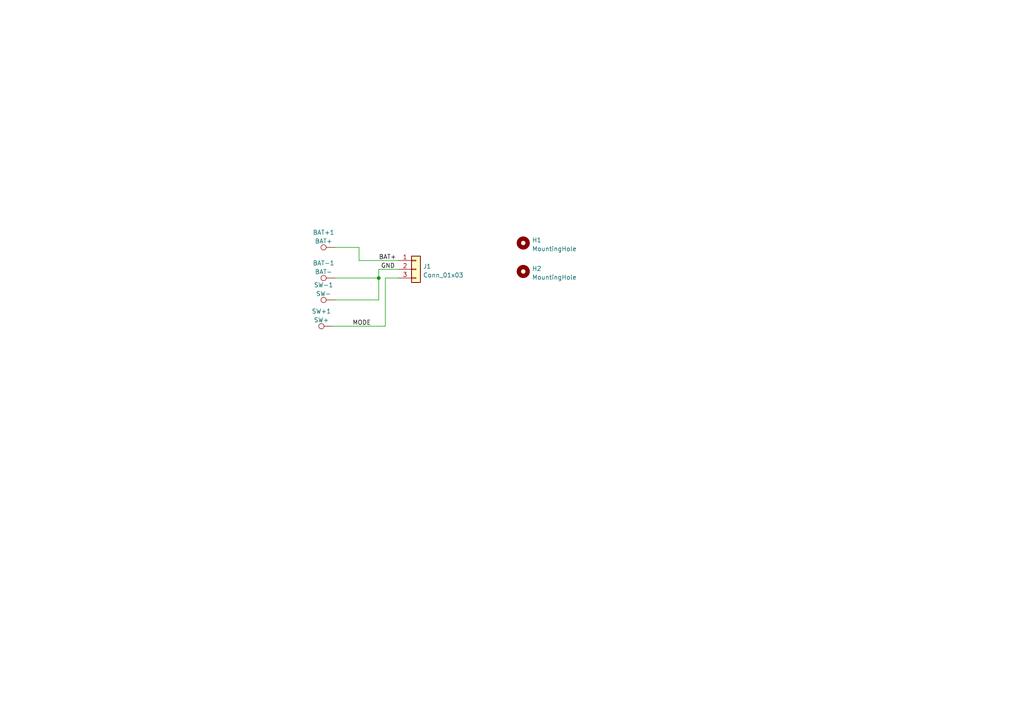
<source format=kicad_sch>
(kicad_sch (version 20211123) (generator eeschema)
  (paper "A4")
  (lib_symbols
    (symbol "Connector:TestPoint" (pin_numbers hide) (pin_names (offset 0.762) hide)
      (property "Reference" "TP" (at 0 6.858 0))
      (property "Value" "TestPoint" (at 0 5.08 0))
      (symbol "TestPoint_0_1"
        (circle (center 0 3.302) (radius 0.762))
      )
      (symbol "TestPoint_1_1"
        (pin passive line (at 0 0 90) (length 2.54) (name "1") (number "1"))
      )
    )
    (symbol "Connector_Generic:Conn_01x03" (pin_names (offset 1.016) hide)
      (property "Reference" "J" (at 0 5.08 0))
      (property "Value" "Conn_01x03" (at 0 -5.08 0))
      (symbol "Conn_01x03_1_1"
        (rectangle (start -1.27 -2.413) (end 0 -2.667) (stroke (width 0.1524)))
        (rectangle (start -1.27 0.127) (end 0 -0.127) (stroke (width 0.1524)))
        (rectangle (start -1.27 2.667) (end 0 2.413) (stroke (width 0.1524)))
        (rectangle (start -1.27 3.81) (end 1.27 -3.81) (stroke (width 0.254)) (fill (type background)))
        (pin passive line (at -5.08 2.54 0) (length 3.81) (name "Pin_1") (number "1"))
        (pin passive line (at -5.08 0 0) (length 3.81) (name "Pin_2") (number "2"))
        (pin passive line (at -5.08 -2.54 0) (length 3.81) (name "Pin_3") (number "3"))
      )
    )
    (symbol "Mechanical:MountingHole" (pin_names (offset 1.016))
      (property "Reference" "H" (at 0 5.08 0))
      (property "Value" "MountingHole" (at 0 3.175 0))
      (symbol "MountingHole_0_1"
        (circle (center 0 0) (radius 1.27) (stroke (width 1.27)))
      )
    )
  )
  (junction (at 109.855 80.645))
  (wire (pts (xy 96.52 94.615) (xy 111.76 94.615)))
  (wire (pts (xy 109.855 78.105) (xy 109.855 80.645)))
  (wire (pts (xy 104.14 75.565) (xy 115.57 75.565)))
  (wire (pts (xy 111.76 80.645) (xy 115.57 80.645)))
  (wire (pts (xy 109.855 86.995) (xy 109.855 80.645)))
  (wire (pts (xy 97.155 80.645) (xy 109.855 80.645)))
  (wire (pts (xy 97.155 71.755) (xy 104.14 71.755)))
  (wire (pts (xy 104.14 71.755) (xy 104.14 75.565)))
  (wire (pts (xy 115.57 78.105) (xy 109.855 78.105)))
  (wire (pts (xy 97.155 86.995) (xy 109.855 86.995)))
  (wire (pts (xy 111.76 94.615) (xy 111.76 80.645)))
  (label "MODE" (at 102.235 94.615 0))
  (label "BAT+" (at 109.855 75.565 0))
  (label "GND" (at 110.49 78.105 0))
  (symbol (lib_id "Connector_Generic:Conn_01x03") (at 120.65 78.105 0) (unit 1)
    (property "Reference" "J1" (at 122.682 77.2703 0) (effects (justify left)))
    (property "Value" "Conn_01x03" (at 122.682 79.8072 0) (effects (justify left)))
    (property "Footprint" "Connector_PinSocket_2.00mm:PinSocket_1x03_P2.00mm_Vertical_SMD_Pin1Left" (effects hide))
  )
  (symbol (lib_id "Mechanical:MountingHole") (at 151.765 70.485 0) (unit 1)
    (property "Reference" "H1" (at 154.305 69.6503 0) (effects (justify left)))
    (property "Value" "MountingHole" (at 154.305 72.1872 0) (effects (justify left)))
    (property "Footprint" "MountingHole:MountingHole_3.2mm_M3_DIN965" (effects hide))
  )
  (symbol (lib_id "Connector:TestPoint") (at 97.155 86.995 90) (unit 1)
    (property "Reference" "SW-1" (at 93.853 82.6602 90))
    (property "Value" "SW-" (at 93.853 85.1971 90))
    (property "Footprint" "TestPoint:TestPoint_THTPad_D5.0mm_Drill3.0mm" (effects hide))
  )
  (symbol (lib_id "Connector:TestPoint") (at 97.155 80.645 90) (unit 1)
    (property "Reference" "BAT-1" (at 93.853 76.3102 90))
    (property "Value" "BAT-" (at 93.853 78.8471 90))
    (property "Footprint" "TestPoint:TestPoint_THTPad_D5.0mm_Drill3.0mm" (effects hide))
  )
  (symbol (lib_id "Connector:TestPoint") (at 97.155 71.755 90) (unit 1)
    (property "Reference" "BAT+1" (at 93.853 67.4202 90))
    (property "Value" "BAT+" (at 93.853 69.9571 90))
    (property "Footprint" "TestPoint:TestPoint_THTPad_D5.0mm_Drill3.0mm" (effects hide))
  )
  (symbol (lib_id "Connector:TestPoint") (at 96.52 94.615 90) (unit 1)
    (property "Reference" "SW+1" (at 93.218 90.2802 90))
    (property "Value" "SW+" (at 93.218 92.8171 90))
    (property "Footprint" "TestPoint:TestPoint_THTPad_D5.0mm_Drill3.0mm" (effects hide))
  )
  (symbol (lib_id "Mechanical:MountingHole") (at 151.765 78.74 0) (unit 1)
    (property "Reference" "H2" (at 154.305 77.9053 0) (effects (justify left)))
    (property "Value" "MountingHole" (at 154.305 80.4422 0) (effects (justify left)))
    (property "Footprint" "MountingHole:MountingHole_3.2mm_M3_DIN965" (effects hide))
  )
)
</source>
